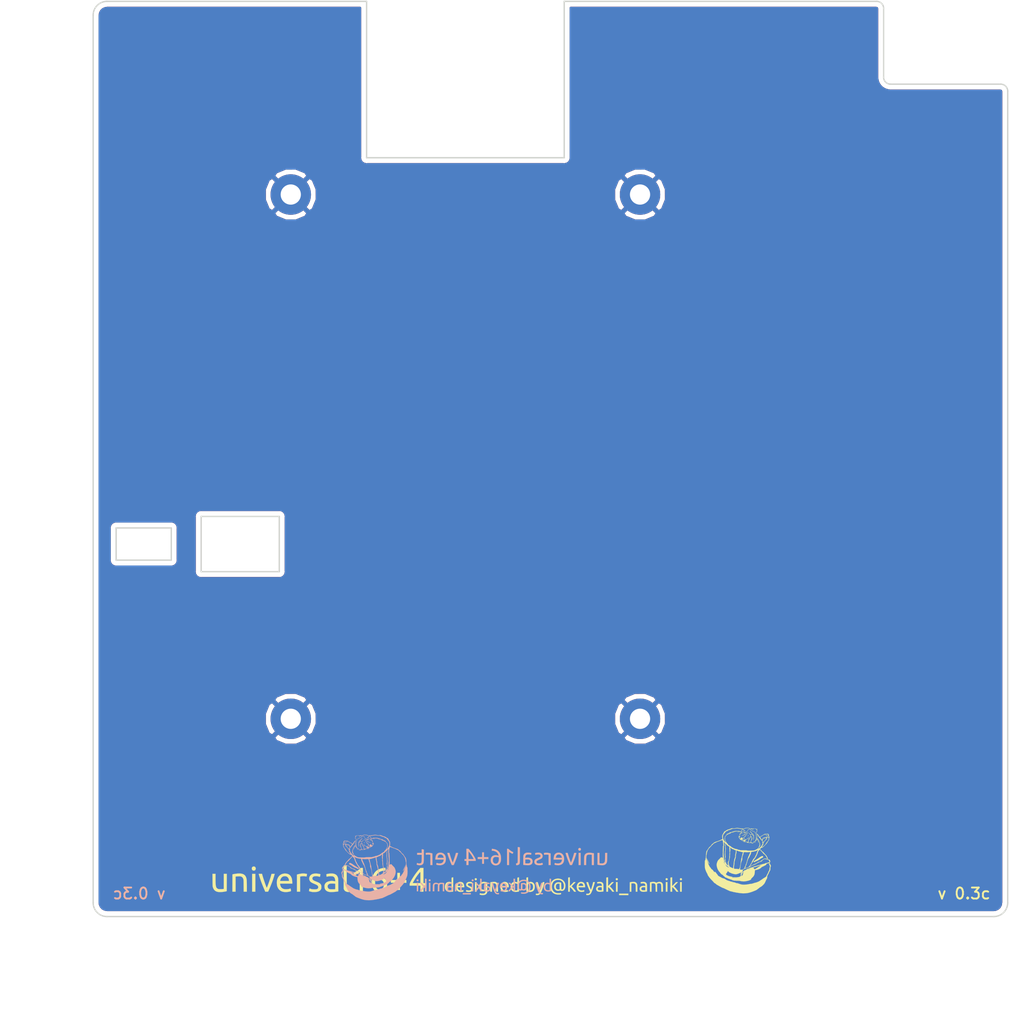
<source format=kicad_pcb>
(kicad_pcb (version 20171130) (host pcbnew 5.0.1)
  (title_block (title "universal16+4 vert") (date 2018-12-14) (rev 0.3))
  (layers (0 F.Cu signal) (31 B.Cu signal) (34 B.Paste user) (35 F.Paste user) (36 B.SilkS user) (37 F.SilkS user) (38 B.Mask user) (39 F.Mask user) (44 Edge.Cuts user))
  (net 0 "")
  (net 1 "Net-(J1-Pad1)")
  (module myfootplint:universal16p4_logo (layer F.Cu) (at 127.15 156.02)
    (fp_text reference G*** hide)
    (fp_text value LOGO hide)
  )
  (module MountingHole:MountingHole_2.2mm_M2_Pad (layer F.Cu) (at 110.4 81.52)
    (fp_text reference J1 hide)
    (fp_text value Conn_01x01)
    (pad 1 thru_hole circle (at 0 0) (size 4.4 4.4) (drill 2.2) (layers *.Cu *.Mask) (net 1 "Net-(J1-Pad1)"))
  )
  (module MountingHole:MountingHole_2.2mm_M2_Pad (layer F.Cu) (at 148.4 81.52)
    (fp_text reference J2 hide)
    (fp_text value Conn_01x01)
    (pad 1 thru_hole circle (at 0 0) (size 4.4 4.4) (drill 2.2) (layers *.Cu *.Mask) (net 1 "Net-(J1-Pad1)"))
  )
  (module MountingHole:MountingHole_2.2mm_M2_Pad (layer F.Cu) (at 110.4 138.52)
    (fp_text reference J3 hide)
    (fp_text value Conn_01x01)
    (pad 1 thru_hole circle (at 0 0) (size 4.4 4.4) (drill 2.2) (layers *.Cu *.Mask) (net 1 "Net-(J1-Pad1)"))
  )
  (module MountingHole:MountingHole_2.2mm_M2_Pad (layer F.Cu) (at 148.4 138.52)
    (fp_text reference J4 hide)
    (fp_text value Conn_01x01)
    (pad 1 thru_hole circle (at 0 0) (size 4.4 4.4) (drill 2.2) (layers *.Cu *.Mask) (net 1 "Net-(J1-Pad1)"))
  )
  (module myfootplint:keyaki_namiki-icon (layer F.Cu) (at 158.15 152.77)
    (fp_text reference G*** hide)
    (fp_text value LOGO hide)
  )
  (module myfootplint:universal16_p4vert-2R (layer B.Cu) (at 134.4 155.02 180)
    (fp_text reference G*** hide)
    (fp_text value LOGO hide)
  )
  (module myfootplint:keyaki_namiki-icon (layer B.Cu) (at 120.4 153.52 180)
    (fp_text reference G*** hide)
    (fp_text value LOGO hide)
  )
  (gr_line (start 97.4 121.27) (end 97.4 117.77) (layer Edge.Cuts) (width 0.15))
  (gr_line (start 91.4 121.27) (end 97.4 121.27) (layer Edge.Cuts) (width 0.15))
  (gr_line (start 91.4 117.77) (end 91.4 121.27) (layer Edge.Cuts) (width 0.15))
  (gr_line (start 97.4 117.77) (end 91.4 117.77) (layer Edge.Cuts) (width 0.15))
  (gr_line (start 100.65 116.52) (end 109.15 116.52) (layer Edge.Cuts) (width 0.15))
  (gr_line (start 100.65 122.52) (end 100.65 116.52) (layer Edge.Cuts) (width 0.15))
  (gr_line (start 109.15 122.52) (end 100.65 122.52) (layer Edge.Cuts) (width 0.15))
  (gr_line (start 109.15 116.52) (end 109.15 122.52) (layer Edge.Cuts) (width 0.15))
  (gr_text "v 0.3c" (at 183.65 157.52) (layer F.SilkS) (effects (font (size 1.2 1.2) (thickness 0.2))))
  (gr_arc (start 175.65 68.77) (end 174.9 68.77) (angle -90) (layer Edge.Cuts) (width 0.15))
  (gr_arc (start 187.65 70.27) (end 188.4 70.27) (angle -90) (layer Edge.Cuts) (width 0.15))
  (gr_arc (start 174.15 61.27) (end 174.9 61.27) (angle -90) (layer Edge.Cuts) (width 0.15))
  (gr_line (start 175.65 69.52) (end 187.65 69.52) (layer Edge.Cuts) (width 0.15))
  (gr_line (start 174.9 61.27) (end 174.9 68.77) (layer Edge.Cuts) (width 0.15))
  (gr_line (start 140.15 77.52) (end 140.15 60.52) (layer Edge.Cuts) (width 0.15))
  (gr_line (start 118.65 77.52) (end 140.15 77.52) (layer Edge.Cuts) (width 0.15))
  (gr_line (start 118.65 60.52) (end 118.65 77.52) (layer Edge.Cuts) (width 0.15))
  (gr_line (start 174.15 60.52) (end 140.15 60.52) (layer Edge.Cuts) (width 0.15))
  (gr_text "v 0.3c" (at 93.9 157.52) (layer B.SilkS) (effects (font (size 1.2 1.2) (thickness 0.2)) (justify mirror)))
  (gr_arc (start 90.4 158.52) (end 90.4 160.02) (angle 90) (layer Edge.Cuts) (width 0.15))
  (gr_arc (start 186.9 158.52) (end 188.4 158.52) (angle 90) (layer Edge.Cuts) (width 0.15))
  (gr_arc (start 90.4 62.02) (end 90.4 60.52) (angle -90) (layer Edge.Cuts) (width 0.15))
  (gr_line (start 88.9 62.02) (end 88.9 158.52) (layer Edge.Cuts) (width 0.15))
  (gr_line (start 118.65 60.52) (end 90.4 60.52) (layer Edge.Cuts) (width 0.15))
  (gr_line (start 188.4 158.52) (end 188.4 70.27) (layer Edge.Cuts) (width 0.15))
  (gr_line (start 90.4 160.02) (end 186.9 160.02) (layer Edge.Cuts) (width 0.15))
  (zone (net 1) (net_name "Net-(J1-Pad1)") (layer F.Cu) (connect_pads (clearance 0.508)) (min_thickness 0.254) (fill yes (arc_segments 16) (thermal_gap 0.508) (thermal_bridge_width 0.508))
    (polygon (pts (xy 188.4 160.02) (xy 88.9 160.02) (xy 88.9 60.52) (xy 188.4 60.52)))
  )
  (zone (net 1) (net_name "Net-(J1-Pad1)") (layer B.Cu) (connect_pads (clearance 0.508)) (min_thickness 0.254) (fill yes (arc_segments 16) (thermal_gap 0.508) (thermal_bridge_width 0.508))
    (polygon (pts (xy 88.9 160.02) (xy 188.4 160.02) (xy 188.4 60.52) (xy 88.9 60.52)))
  )
)
</source>
